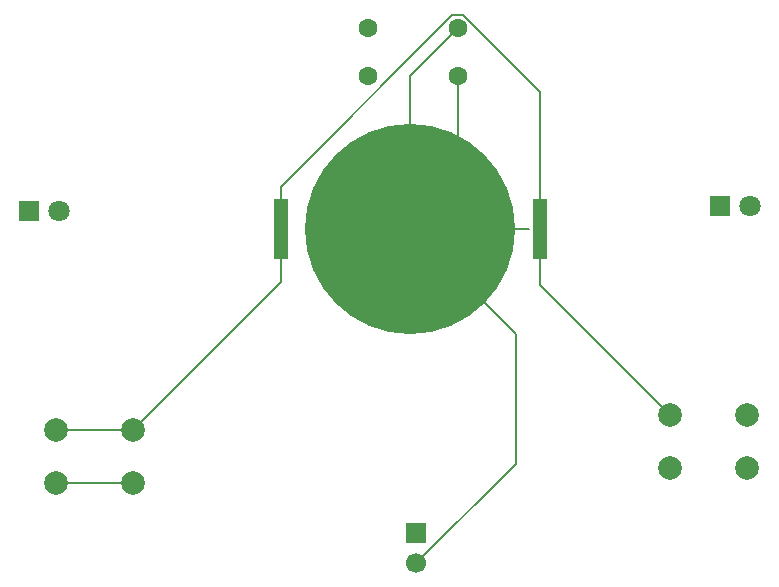
<source format=gbr>
%TF.GenerationSoftware,KiCad,Pcbnew,9.0.2*%
%TF.CreationDate,2025-06-01T15:12:09-05:00*%
%TF.ProjectId,first_pcb_project,66697273-745f-4706-9362-5f70726f6a65,rev?*%
%TF.SameCoordinates,Original*%
%TF.FileFunction,Copper,L2,Bot*%
%TF.FilePolarity,Positive*%
%FSLAX46Y46*%
G04 Gerber Fmt 4.6, Leading zero omitted, Abs format (unit mm)*
G04 Created by KiCad (PCBNEW 9.0.2) date 2025-06-01 15:12:09*
%MOMM*%
%LPD*%
G01*
G04 APERTURE LIST*
%TA.AperFunction,ComponentPad*%
%ADD10R,1.700000X1.700000*%
%TD*%
%TA.AperFunction,ComponentPad*%
%ADD11C,1.700000*%
%TD*%
%TA.AperFunction,ComponentPad*%
%ADD12R,1.800000X1.800000*%
%TD*%
%TA.AperFunction,ComponentPad*%
%ADD13C,1.800000*%
%TD*%
%TA.AperFunction,ComponentPad*%
%ADD14C,2.000000*%
%TD*%
%TA.AperFunction,ComponentPad*%
%ADD15C,1.600000*%
%TD*%
%TA.AperFunction,SMDPad,CuDef*%
%ADD16R,1.270000X5.080000*%
%TD*%
%TA.AperFunction,SMDPad,CuDef*%
%ADD17C,17.800000*%
%TD*%
%TA.AperFunction,Conductor*%
%ADD18C,0.200000*%
%TD*%
G04 APERTURE END LIST*
D10*
%TO.P,M1,1,+*%
%TO.N,Net-(M1-+)*%
X86958746Y-122316612D03*
D11*
%TO.P,M1,2,-*%
%TO.N,Net-(BT1--)*%
X86958746Y-124856612D03*
%TD*%
D12*
%TO.P,D2,1,K*%
%TO.N,Net-(D2-K)*%
X112683746Y-94591612D03*
D13*
%TO.P,D2,2,A*%
%TO.N,Net-(D1-A)*%
X115223746Y-94591612D03*
%TD*%
D12*
%TO.P,D1,1,K*%
%TO.N,Net-(D1-K)*%
X54183746Y-95091612D03*
D13*
%TO.P,D1,2,A*%
%TO.N,Net-(D1-A)*%
X56723746Y-95091612D03*
%TD*%
D14*
%TO.P,SW1,1,1*%
%TO.N,Net-(BT1-+)*%
X56458746Y-113591612D03*
X62958746Y-113591612D03*
%TO.P,SW1,2,2*%
%TO.N,Net-(D1-A)*%
X56458746Y-118091612D03*
X62958746Y-118091612D03*
%TD*%
%TO.P,SW2,1,1*%
%TO.N,Net-(BT1-+)*%
X108458746Y-112341612D03*
X114958746Y-112341612D03*
%TO.P,SW2,2,2*%
%TO.N,Net-(M1-+)*%
X108458746Y-116841612D03*
X114958746Y-116841612D03*
%TD*%
D15*
%TO.P,R2,1*%
%TO.N,Net-(D1-K)*%
X82838746Y-83591612D03*
%TO.P,R2,2*%
%TO.N,Net-(BT1--)*%
X90458746Y-83591612D03*
%TD*%
%TO.P,R1,1*%
%TO.N,Net-(D2-K)*%
X82838746Y-79591612D03*
%TO.P,R1,2*%
%TO.N,Net-(BT1--)*%
X90458746Y-79591612D03*
%TD*%
D16*
%TO.P,BT1,1,+*%
%TO.N,Net-(BT1-+)*%
X97443746Y-96591612D03*
X75473746Y-96591612D03*
D17*
%TO.P,BT1,2,-*%
%TO.N,Net-(BT1--)*%
X86458746Y-96591612D03*
%TD*%
D18*
%TO.N,Net-(BT1--)*%
X86458746Y-96591612D02*
X95358746Y-105491612D01*
X95358746Y-105491612D02*
X95358746Y-116456612D01*
X95358746Y-116456612D02*
X86958746Y-124856612D01*
%TO.N,Net-(BT1-+)*%
X97443746Y-96591612D02*
X97443746Y-85019562D01*
X75473746Y-93019562D02*
X75473746Y-96591612D01*
X97443746Y-85019562D02*
X90914796Y-78490612D01*
X90914796Y-78490612D02*
X90002696Y-78490612D01*
X90002696Y-78490612D02*
X75473746Y-93019562D01*
%TO.N,Net-(BT1--)*%
X86458746Y-96591612D02*
X96507746Y-96591612D01*
%TO.N,Net-(D1-A)*%
X62958746Y-118091612D02*
X56458746Y-118091612D01*
%TO.N,Net-(BT1-+)*%
X62958746Y-113591612D02*
X56458746Y-113591612D01*
X97443746Y-96591612D02*
X97443746Y-101326612D01*
X97443746Y-101326612D02*
X108458746Y-112341612D01*
X75473746Y-96591612D02*
X75473746Y-101076612D01*
X75473746Y-101076612D02*
X62958746Y-113591612D01*
%TO.N,Net-(BT1--)*%
X86458746Y-96591612D02*
X86458746Y-83591612D01*
X86458746Y-83591612D02*
X90458746Y-79591612D01*
X86458746Y-96591612D02*
X90458746Y-92591612D01*
X90458746Y-92591612D02*
X90458746Y-83591612D01*
%TD*%
M02*

</source>
